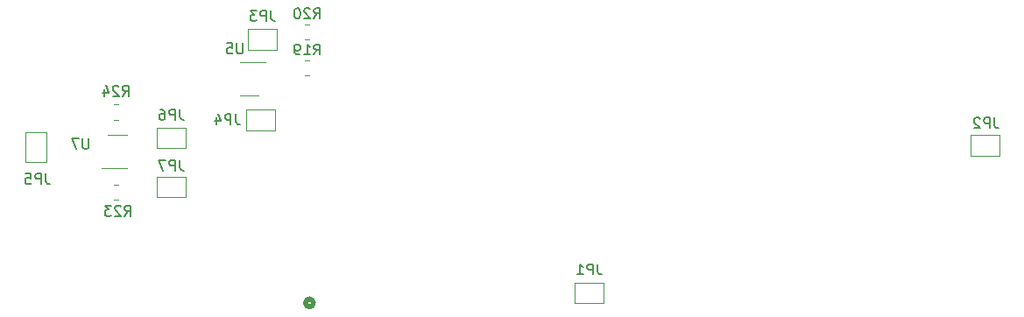
<source format=gbr>
%TF.GenerationSoftware,KiCad,Pcbnew,7.0.2-0*%
%TF.CreationDate,2024-03-04T00:44:33-08:00*%
%TF.ProjectId,EE156_4_Layer,45453135-365f-4345-9f4c-617965722e6b,rev?*%
%TF.SameCoordinates,Original*%
%TF.FileFunction,Legend,Bot*%
%TF.FilePolarity,Positive*%
%FSLAX46Y46*%
G04 Gerber Fmt 4.6, Leading zero omitted, Abs format (unit mm)*
G04 Created by KiCad (PCBNEW 7.0.2-0) date 2024-03-04 00:44:33*
%MOMM*%
%LPD*%
G01*
G04 APERTURE LIST*
%ADD10C,0.150000*%
%ADD11C,0.508000*%
%ADD12C,0.120000*%
G04 APERTURE END LIST*
D10*
%TO.C,U7*%
X162361904Y-106562619D02*
X162361904Y-107372142D01*
X162361904Y-107372142D02*
X162314285Y-107467380D01*
X162314285Y-107467380D02*
X162266666Y-107515000D01*
X162266666Y-107515000D02*
X162171428Y-107562619D01*
X162171428Y-107562619D02*
X161980952Y-107562619D01*
X161980952Y-107562619D02*
X161885714Y-107515000D01*
X161885714Y-107515000D02*
X161838095Y-107467380D01*
X161838095Y-107467380D02*
X161790476Y-107372142D01*
X161790476Y-107372142D02*
X161790476Y-106562619D01*
X161409523Y-106562619D02*
X160742857Y-106562619D01*
X160742857Y-106562619D02*
X161171428Y-107562619D01*
%TO.C,U5*%
X177261904Y-97362619D02*
X177261904Y-98172142D01*
X177261904Y-98172142D02*
X177214285Y-98267380D01*
X177214285Y-98267380D02*
X177166666Y-98315000D01*
X177166666Y-98315000D02*
X177071428Y-98362619D01*
X177071428Y-98362619D02*
X176880952Y-98362619D01*
X176880952Y-98362619D02*
X176785714Y-98315000D01*
X176785714Y-98315000D02*
X176738095Y-98267380D01*
X176738095Y-98267380D02*
X176690476Y-98172142D01*
X176690476Y-98172142D02*
X176690476Y-97362619D01*
X175738095Y-97362619D02*
X176214285Y-97362619D01*
X176214285Y-97362619D02*
X176261904Y-97838809D01*
X176261904Y-97838809D02*
X176214285Y-97791190D01*
X176214285Y-97791190D02*
X176119047Y-97743571D01*
X176119047Y-97743571D02*
X175880952Y-97743571D01*
X175880952Y-97743571D02*
X175785714Y-97791190D01*
X175785714Y-97791190D02*
X175738095Y-97838809D01*
X175738095Y-97838809D02*
X175690476Y-97934047D01*
X175690476Y-97934047D02*
X175690476Y-98172142D01*
X175690476Y-98172142D02*
X175738095Y-98267380D01*
X175738095Y-98267380D02*
X175785714Y-98315000D01*
X175785714Y-98315000D02*
X175880952Y-98362619D01*
X175880952Y-98362619D02*
X176119047Y-98362619D01*
X176119047Y-98362619D02*
X176214285Y-98315000D01*
X176214285Y-98315000D02*
X176261904Y-98267380D01*
%TO.C,R24*%
X165642857Y-102462619D02*
X165976190Y-101986428D01*
X166214285Y-102462619D02*
X166214285Y-101462619D01*
X166214285Y-101462619D02*
X165833333Y-101462619D01*
X165833333Y-101462619D02*
X165738095Y-101510238D01*
X165738095Y-101510238D02*
X165690476Y-101557857D01*
X165690476Y-101557857D02*
X165642857Y-101653095D01*
X165642857Y-101653095D02*
X165642857Y-101795952D01*
X165642857Y-101795952D02*
X165690476Y-101891190D01*
X165690476Y-101891190D02*
X165738095Y-101938809D01*
X165738095Y-101938809D02*
X165833333Y-101986428D01*
X165833333Y-101986428D02*
X166214285Y-101986428D01*
X165261904Y-101557857D02*
X165214285Y-101510238D01*
X165214285Y-101510238D02*
X165119047Y-101462619D01*
X165119047Y-101462619D02*
X164880952Y-101462619D01*
X164880952Y-101462619D02*
X164785714Y-101510238D01*
X164785714Y-101510238D02*
X164738095Y-101557857D01*
X164738095Y-101557857D02*
X164690476Y-101653095D01*
X164690476Y-101653095D02*
X164690476Y-101748333D01*
X164690476Y-101748333D02*
X164738095Y-101891190D01*
X164738095Y-101891190D02*
X165309523Y-102462619D01*
X165309523Y-102462619D02*
X164690476Y-102462619D01*
X163833333Y-101795952D02*
X163833333Y-102462619D01*
X164071428Y-101415000D02*
X164309523Y-102129285D01*
X164309523Y-102129285D02*
X163690476Y-102129285D01*
%TO.C,R23*%
X165842857Y-114062619D02*
X166176190Y-113586428D01*
X166414285Y-114062619D02*
X166414285Y-113062619D01*
X166414285Y-113062619D02*
X166033333Y-113062619D01*
X166033333Y-113062619D02*
X165938095Y-113110238D01*
X165938095Y-113110238D02*
X165890476Y-113157857D01*
X165890476Y-113157857D02*
X165842857Y-113253095D01*
X165842857Y-113253095D02*
X165842857Y-113395952D01*
X165842857Y-113395952D02*
X165890476Y-113491190D01*
X165890476Y-113491190D02*
X165938095Y-113538809D01*
X165938095Y-113538809D02*
X166033333Y-113586428D01*
X166033333Y-113586428D02*
X166414285Y-113586428D01*
X165461904Y-113157857D02*
X165414285Y-113110238D01*
X165414285Y-113110238D02*
X165319047Y-113062619D01*
X165319047Y-113062619D02*
X165080952Y-113062619D01*
X165080952Y-113062619D02*
X164985714Y-113110238D01*
X164985714Y-113110238D02*
X164938095Y-113157857D01*
X164938095Y-113157857D02*
X164890476Y-113253095D01*
X164890476Y-113253095D02*
X164890476Y-113348333D01*
X164890476Y-113348333D02*
X164938095Y-113491190D01*
X164938095Y-113491190D02*
X165509523Y-114062619D01*
X165509523Y-114062619D02*
X164890476Y-114062619D01*
X164557142Y-113062619D02*
X163938095Y-113062619D01*
X163938095Y-113062619D02*
X164271428Y-113443571D01*
X164271428Y-113443571D02*
X164128571Y-113443571D01*
X164128571Y-113443571D02*
X164033333Y-113491190D01*
X164033333Y-113491190D02*
X163985714Y-113538809D01*
X163985714Y-113538809D02*
X163938095Y-113634047D01*
X163938095Y-113634047D02*
X163938095Y-113872142D01*
X163938095Y-113872142D02*
X163985714Y-113967380D01*
X163985714Y-113967380D02*
X164033333Y-114015000D01*
X164033333Y-114015000D02*
X164128571Y-114062619D01*
X164128571Y-114062619D02*
X164414285Y-114062619D01*
X164414285Y-114062619D02*
X164509523Y-114015000D01*
X164509523Y-114015000D02*
X164557142Y-113967380D01*
%TO.C,R20*%
X184142857Y-94962619D02*
X184476190Y-94486428D01*
X184714285Y-94962619D02*
X184714285Y-93962619D01*
X184714285Y-93962619D02*
X184333333Y-93962619D01*
X184333333Y-93962619D02*
X184238095Y-94010238D01*
X184238095Y-94010238D02*
X184190476Y-94057857D01*
X184190476Y-94057857D02*
X184142857Y-94153095D01*
X184142857Y-94153095D02*
X184142857Y-94295952D01*
X184142857Y-94295952D02*
X184190476Y-94391190D01*
X184190476Y-94391190D02*
X184238095Y-94438809D01*
X184238095Y-94438809D02*
X184333333Y-94486428D01*
X184333333Y-94486428D02*
X184714285Y-94486428D01*
X183761904Y-94057857D02*
X183714285Y-94010238D01*
X183714285Y-94010238D02*
X183619047Y-93962619D01*
X183619047Y-93962619D02*
X183380952Y-93962619D01*
X183380952Y-93962619D02*
X183285714Y-94010238D01*
X183285714Y-94010238D02*
X183238095Y-94057857D01*
X183238095Y-94057857D02*
X183190476Y-94153095D01*
X183190476Y-94153095D02*
X183190476Y-94248333D01*
X183190476Y-94248333D02*
X183238095Y-94391190D01*
X183238095Y-94391190D02*
X183809523Y-94962619D01*
X183809523Y-94962619D02*
X183190476Y-94962619D01*
X182571428Y-93962619D02*
X182476190Y-93962619D01*
X182476190Y-93962619D02*
X182380952Y-94010238D01*
X182380952Y-94010238D02*
X182333333Y-94057857D01*
X182333333Y-94057857D02*
X182285714Y-94153095D01*
X182285714Y-94153095D02*
X182238095Y-94343571D01*
X182238095Y-94343571D02*
X182238095Y-94581666D01*
X182238095Y-94581666D02*
X182285714Y-94772142D01*
X182285714Y-94772142D02*
X182333333Y-94867380D01*
X182333333Y-94867380D02*
X182380952Y-94915000D01*
X182380952Y-94915000D02*
X182476190Y-94962619D01*
X182476190Y-94962619D02*
X182571428Y-94962619D01*
X182571428Y-94962619D02*
X182666666Y-94915000D01*
X182666666Y-94915000D02*
X182714285Y-94867380D01*
X182714285Y-94867380D02*
X182761904Y-94772142D01*
X182761904Y-94772142D02*
X182809523Y-94581666D01*
X182809523Y-94581666D02*
X182809523Y-94343571D01*
X182809523Y-94343571D02*
X182761904Y-94153095D01*
X182761904Y-94153095D02*
X182714285Y-94057857D01*
X182714285Y-94057857D02*
X182666666Y-94010238D01*
X182666666Y-94010238D02*
X182571428Y-93962619D01*
%TO.C,R19*%
X184142857Y-98462619D02*
X184476190Y-97986428D01*
X184714285Y-98462619D02*
X184714285Y-97462619D01*
X184714285Y-97462619D02*
X184333333Y-97462619D01*
X184333333Y-97462619D02*
X184238095Y-97510238D01*
X184238095Y-97510238D02*
X184190476Y-97557857D01*
X184190476Y-97557857D02*
X184142857Y-97653095D01*
X184142857Y-97653095D02*
X184142857Y-97795952D01*
X184142857Y-97795952D02*
X184190476Y-97891190D01*
X184190476Y-97891190D02*
X184238095Y-97938809D01*
X184238095Y-97938809D02*
X184333333Y-97986428D01*
X184333333Y-97986428D02*
X184714285Y-97986428D01*
X183190476Y-98462619D02*
X183761904Y-98462619D01*
X183476190Y-98462619D02*
X183476190Y-97462619D01*
X183476190Y-97462619D02*
X183571428Y-97605476D01*
X183571428Y-97605476D02*
X183666666Y-97700714D01*
X183666666Y-97700714D02*
X183761904Y-97748333D01*
X182714285Y-98462619D02*
X182523809Y-98462619D01*
X182523809Y-98462619D02*
X182428571Y-98415000D01*
X182428571Y-98415000D02*
X182380952Y-98367380D01*
X182380952Y-98367380D02*
X182285714Y-98224523D01*
X182285714Y-98224523D02*
X182238095Y-98034047D01*
X182238095Y-98034047D02*
X182238095Y-97653095D01*
X182238095Y-97653095D02*
X182285714Y-97557857D01*
X182285714Y-97557857D02*
X182333333Y-97510238D01*
X182333333Y-97510238D02*
X182428571Y-97462619D01*
X182428571Y-97462619D02*
X182619047Y-97462619D01*
X182619047Y-97462619D02*
X182714285Y-97510238D01*
X182714285Y-97510238D02*
X182761904Y-97557857D01*
X182761904Y-97557857D02*
X182809523Y-97653095D01*
X182809523Y-97653095D02*
X182809523Y-97891190D01*
X182809523Y-97891190D02*
X182761904Y-97986428D01*
X182761904Y-97986428D02*
X182714285Y-98034047D01*
X182714285Y-98034047D02*
X182619047Y-98081666D01*
X182619047Y-98081666D02*
X182428571Y-98081666D01*
X182428571Y-98081666D02*
X182333333Y-98034047D01*
X182333333Y-98034047D02*
X182285714Y-97986428D01*
X182285714Y-97986428D02*
X182238095Y-97891190D01*
%TO.C,JP7*%
X171183333Y-108662619D02*
X171183333Y-109376904D01*
X171183333Y-109376904D02*
X171230952Y-109519761D01*
X171230952Y-109519761D02*
X171326190Y-109615000D01*
X171326190Y-109615000D02*
X171469047Y-109662619D01*
X171469047Y-109662619D02*
X171564285Y-109662619D01*
X170707142Y-109662619D02*
X170707142Y-108662619D01*
X170707142Y-108662619D02*
X170326190Y-108662619D01*
X170326190Y-108662619D02*
X170230952Y-108710238D01*
X170230952Y-108710238D02*
X170183333Y-108757857D01*
X170183333Y-108757857D02*
X170135714Y-108853095D01*
X170135714Y-108853095D02*
X170135714Y-108995952D01*
X170135714Y-108995952D02*
X170183333Y-109091190D01*
X170183333Y-109091190D02*
X170230952Y-109138809D01*
X170230952Y-109138809D02*
X170326190Y-109186428D01*
X170326190Y-109186428D02*
X170707142Y-109186428D01*
X169802380Y-108662619D02*
X169135714Y-108662619D01*
X169135714Y-108662619D02*
X169564285Y-109662619D01*
%TO.C,JP6*%
X171183333Y-103762619D02*
X171183333Y-104476904D01*
X171183333Y-104476904D02*
X171230952Y-104619761D01*
X171230952Y-104619761D02*
X171326190Y-104715000D01*
X171326190Y-104715000D02*
X171469047Y-104762619D01*
X171469047Y-104762619D02*
X171564285Y-104762619D01*
X170707142Y-104762619D02*
X170707142Y-103762619D01*
X170707142Y-103762619D02*
X170326190Y-103762619D01*
X170326190Y-103762619D02*
X170230952Y-103810238D01*
X170230952Y-103810238D02*
X170183333Y-103857857D01*
X170183333Y-103857857D02*
X170135714Y-103953095D01*
X170135714Y-103953095D02*
X170135714Y-104095952D01*
X170135714Y-104095952D02*
X170183333Y-104191190D01*
X170183333Y-104191190D02*
X170230952Y-104238809D01*
X170230952Y-104238809D02*
X170326190Y-104286428D01*
X170326190Y-104286428D02*
X170707142Y-104286428D01*
X169278571Y-103762619D02*
X169469047Y-103762619D01*
X169469047Y-103762619D02*
X169564285Y-103810238D01*
X169564285Y-103810238D02*
X169611904Y-103857857D01*
X169611904Y-103857857D02*
X169707142Y-104000714D01*
X169707142Y-104000714D02*
X169754761Y-104191190D01*
X169754761Y-104191190D02*
X169754761Y-104572142D01*
X169754761Y-104572142D02*
X169707142Y-104667380D01*
X169707142Y-104667380D02*
X169659523Y-104715000D01*
X169659523Y-104715000D02*
X169564285Y-104762619D01*
X169564285Y-104762619D02*
X169373809Y-104762619D01*
X169373809Y-104762619D02*
X169278571Y-104715000D01*
X169278571Y-104715000D02*
X169230952Y-104667380D01*
X169230952Y-104667380D02*
X169183333Y-104572142D01*
X169183333Y-104572142D02*
X169183333Y-104334047D01*
X169183333Y-104334047D02*
X169230952Y-104238809D01*
X169230952Y-104238809D02*
X169278571Y-104191190D01*
X169278571Y-104191190D02*
X169373809Y-104143571D01*
X169373809Y-104143571D02*
X169564285Y-104143571D01*
X169564285Y-104143571D02*
X169659523Y-104191190D01*
X169659523Y-104191190D02*
X169707142Y-104238809D01*
X169707142Y-104238809D02*
X169754761Y-104334047D01*
%TO.C,JP5*%
X158233333Y-109962619D02*
X158233333Y-110676904D01*
X158233333Y-110676904D02*
X158280952Y-110819761D01*
X158280952Y-110819761D02*
X158376190Y-110915000D01*
X158376190Y-110915000D02*
X158519047Y-110962619D01*
X158519047Y-110962619D02*
X158614285Y-110962619D01*
X157757142Y-110962619D02*
X157757142Y-109962619D01*
X157757142Y-109962619D02*
X157376190Y-109962619D01*
X157376190Y-109962619D02*
X157280952Y-110010238D01*
X157280952Y-110010238D02*
X157233333Y-110057857D01*
X157233333Y-110057857D02*
X157185714Y-110153095D01*
X157185714Y-110153095D02*
X157185714Y-110295952D01*
X157185714Y-110295952D02*
X157233333Y-110391190D01*
X157233333Y-110391190D02*
X157280952Y-110438809D01*
X157280952Y-110438809D02*
X157376190Y-110486428D01*
X157376190Y-110486428D02*
X157757142Y-110486428D01*
X156280952Y-109962619D02*
X156757142Y-109962619D01*
X156757142Y-109962619D02*
X156804761Y-110438809D01*
X156804761Y-110438809D02*
X156757142Y-110391190D01*
X156757142Y-110391190D02*
X156661904Y-110343571D01*
X156661904Y-110343571D02*
X156423809Y-110343571D01*
X156423809Y-110343571D02*
X156328571Y-110391190D01*
X156328571Y-110391190D02*
X156280952Y-110438809D01*
X156280952Y-110438809D02*
X156233333Y-110534047D01*
X156233333Y-110534047D02*
X156233333Y-110772142D01*
X156233333Y-110772142D02*
X156280952Y-110867380D01*
X156280952Y-110867380D02*
X156328571Y-110915000D01*
X156328571Y-110915000D02*
X156423809Y-110962619D01*
X156423809Y-110962619D02*
X156661904Y-110962619D01*
X156661904Y-110962619D02*
X156757142Y-110915000D01*
X156757142Y-110915000D02*
X156804761Y-110867380D01*
%TO.C,JP4*%
X176583333Y-104212619D02*
X176583333Y-104926904D01*
X176583333Y-104926904D02*
X176630952Y-105069761D01*
X176630952Y-105069761D02*
X176726190Y-105165000D01*
X176726190Y-105165000D02*
X176869047Y-105212619D01*
X176869047Y-105212619D02*
X176964285Y-105212619D01*
X176107142Y-105212619D02*
X176107142Y-104212619D01*
X176107142Y-104212619D02*
X175726190Y-104212619D01*
X175726190Y-104212619D02*
X175630952Y-104260238D01*
X175630952Y-104260238D02*
X175583333Y-104307857D01*
X175583333Y-104307857D02*
X175535714Y-104403095D01*
X175535714Y-104403095D02*
X175535714Y-104545952D01*
X175535714Y-104545952D02*
X175583333Y-104641190D01*
X175583333Y-104641190D02*
X175630952Y-104688809D01*
X175630952Y-104688809D02*
X175726190Y-104736428D01*
X175726190Y-104736428D02*
X176107142Y-104736428D01*
X174678571Y-104545952D02*
X174678571Y-105212619D01*
X174916666Y-104165000D02*
X175154761Y-104879285D01*
X175154761Y-104879285D02*
X174535714Y-104879285D01*
%TO.C,JP3*%
X179983333Y-94212619D02*
X179983333Y-94926904D01*
X179983333Y-94926904D02*
X180030952Y-95069761D01*
X180030952Y-95069761D02*
X180126190Y-95165000D01*
X180126190Y-95165000D02*
X180269047Y-95212619D01*
X180269047Y-95212619D02*
X180364285Y-95212619D01*
X179507142Y-95212619D02*
X179507142Y-94212619D01*
X179507142Y-94212619D02*
X179126190Y-94212619D01*
X179126190Y-94212619D02*
X179030952Y-94260238D01*
X179030952Y-94260238D02*
X178983333Y-94307857D01*
X178983333Y-94307857D02*
X178935714Y-94403095D01*
X178935714Y-94403095D02*
X178935714Y-94545952D01*
X178935714Y-94545952D02*
X178983333Y-94641190D01*
X178983333Y-94641190D02*
X179030952Y-94688809D01*
X179030952Y-94688809D02*
X179126190Y-94736428D01*
X179126190Y-94736428D02*
X179507142Y-94736428D01*
X178602380Y-94212619D02*
X177983333Y-94212619D01*
X177983333Y-94212619D02*
X178316666Y-94593571D01*
X178316666Y-94593571D02*
X178173809Y-94593571D01*
X178173809Y-94593571D02*
X178078571Y-94641190D01*
X178078571Y-94641190D02*
X178030952Y-94688809D01*
X178030952Y-94688809D02*
X177983333Y-94784047D01*
X177983333Y-94784047D02*
X177983333Y-95022142D01*
X177983333Y-95022142D02*
X178030952Y-95117380D01*
X178030952Y-95117380D02*
X178078571Y-95165000D01*
X178078571Y-95165000D02*
X178173809Y-95212619D01*
X178173809Y-95212619D02*
X178459523Y-95212619D01*
X178459523Y-95212619D02*
X178554761Y-95165000D01*
X178554761Y-95165000D02*
X178602380Y-95117380D01*
%TO.C,JP2*%
X249933333Y-104562619D02*
X249933333Y-105276904D01*
X249933333Y-105276904D02*
X249980952Y-105419761D01*
X249980952Y-105419761D02*
X250076190Y-105515000D01*
X250076190Y-105515000D02*
X250219047Y-105562619D01*
X250219047Y-105562619D02*
X250314285Y-105562619D01*
X249457142Y-105562619D02*
X249457142Y-104562619D01*
X249457142Y-104562619D02*
X249076190Y-104562619D01*
X249076190Y-104562619D02*
X248980952Y-104610238D01*
X248980952Y-104610238D02*
X248933333Y-104657857D01*
X248933333Y-104657857D02*
X248885714Y-104753095D01*
X248885714Y-104753095D02*
X248885714Y-104895952D01*
X248885714Y-104895952D02*
X248933333Y-104991190D01*
X248933333Y-104991190D02*
X248980952Y-105038809D01*
X248980952Y-105038809D02*
X249076190Y-105086428D01*
X249076190Y-105086428D02*
X249457142Y-105086428D01*
X248504761Y-104657857D02*
X248457142Y-104610238D01*
X248457142Y-104610238D02*
X248361904Y-104562619D01*
X248361904Y-104562619D02*
X248123809Y-104562619D01*
X248123809Y-104562619D02*
X248028571Y-104610238D01*
X248028571Y-104610238D02*
X247980952Y-104657857D01*
X247980952Y-104657857D02*
X247933333Y-104753095D01*
X247933333Y-104753095D02*
X247933333Y-104848333D01*
X247933333Y-104848333D02*
X247980952Y-104991190D01*
X247980952Y-104991190D02*
X248552380Y-105562619D01*
X248552380Y-105562619D02*
X247933333Y-105562619D01*
%TO.C,JP1*%
X211583333Y-118712619D02*
X211583333Y-119426904D01*
X211583333Y-119426904D02*
X211630952Y-119569761D01*
X211630952Y-119569761D02*
X211726190Y-119665000D01*
X211726190Y-119665000D02*
X211869047Y-119712619D01*
X211869047Y-119712619D02*
X211964285Y-119712619D01*
X211107142Y-119712619D02*
X211107142Y-118712619D01*
X211107142Y-118712619D02*
X210726190Y-118712619D01*
X210726190Y-118712619D02*
X210630952Y-118760238D01*
X210630952Y-118760238D02*
X210583333Y-118807857D01*
X210583333Y-118807857D02*
X210535714Y-118903095D01*
X210535714Y-118903095D02*
X210535714Y-119045952D01*
X210535714Y-119045952D02*
X210583333Y-119141190D01*
X210583333Y-119141190D02*
X210630952Y-119188809D01*
X210630952Y-119188809D02*
X210726190Y-119236428D01*
X210726190Y-119236428D02*
X211107142Y-119236428D01*
X209583333Y-119712619D02*
X210154761Y-119712619D01*
X209869047Y-119712619D02*
X209869047Y-118712619D01*
X209869047Y-118712619D02*
X209964285Y-118855476D01*
X209964285Y-118855476D02*
X210059523Y-118950714D01*
X210059523Y-118950714D02*
X210154761Y-118998333D01*
D11*
%TO.C,J4*%
X184086000Y-122460002D02*
G75*
G03*
X184086000Y-122460002I-381000J0D01*
G01*
D12*
%TO.C,U7*%
X164250000Y-106190000D02*
X166050000Y-106190000D01*
X166050000Y-109410000D02*
X163600000Y-109410000D01*
%TO.C,U5*%
X178800000Y-102410000D02*
X177000000Y-102410000D01*
X177000000Y-99190000D02*
X179450000Y-99190000D01*
%TO.C,R24*%
X164772936Y-103265000D02*
X165227064Y-103265000D01*
X164772936Y-104735000D02*
X165227064Y-104735000D01*
%TO.C,R23*%
X165227064Y-112485000D02*
X164772936Y-112485000D01*
X165227064Y-111015000D02*
X164772936Y-111015000D01*
%TO.C,R20*%
X183272936Y-95515000D02*
X183727064Y-95515000D01*
X183272936Y-96985000D02*
X183727064Y-96985000D01*
%TO.C,R19*%
X183272936Y-99015000D02*
X183727064Y-99015000D01*
X183272936Y-100485000D02*
X183727064Y-100485000D01*
%TO.C,JP7*%
X168950000Y-112250000D02*
X171750000Y-112250000D01*
X171750000Y-112250000D02*
X171750000Y-110250000D01*
X171750000Y-110250000D02*
X168950000Y-110250000D01*
X168950000Y-110250000D02*
X168950000Y-112250000D01*
%TO.C,JP6*%
X168950000Y-105500000D02*
X168950000Y-107500000D01*
X171750000Y-105500000D02*
X168950000Y-105500000D01*
X171750000Y-107500000D02*
X171750000Y-105500000D01*
X168950000Y-107500000D02*
X171750000Y-107500000D01*
%TO.C,JP5*%
X158250000Y-108800000D02*
X158250000Y-106000000D01*
X158250000Y-106000000D02*
X156250000Y-106000000D01*
X156250000Y-106000000D02*
X156250000Y-108800000D01*
X156250000Y-108800000D02*
X158250000Y-108800000D01*
%TO.C,JP4*%
X177600000Y-103750000D02*
X177600000Y-105750000D01*
X180400000Y-103750000D02*
X177600000Y-103750000D01*
X180400000Y-105750000D02*
X180400000Y-103750000D01*
X177600000Y-105750000D02*
X180400000Y-105750000D01*
%TO.C,JP3*%
X177750000Y-96000000D02*
X177750000Y-98000000D01*
X180550000Y-96000000D02*
X177750000Y-96000000D01*
X180550000Y-98000000D02*
X180550000Y-96000000D01*
X177750000Y-98000000D02*
X180550000Y-98000000D01*
%TO.C,JP2*%
X247600000Y-106250000D02*
X247600000Y-108250000D01*
X250400000Y-106250000D02*
X247600000Y-106250000D01*
X250400000Y-108250000D02*
X250400000Y-106250000D01*
X247600000Y-108250000D02*
X250400000Y-108250000D01*
%TO.C,JP1*%
X209350000Y-120500000D02*
X209350000Y-122500000D01*
X212150000Y-120500000D02*
X209350000Y-120500000D01*
X212150000Y-122500000D02*
X212150000Y-120500000D01*
X209350000Y-122500000D02*
X212150000Y-122500000D01*
%TD*%
M02*

</source>
